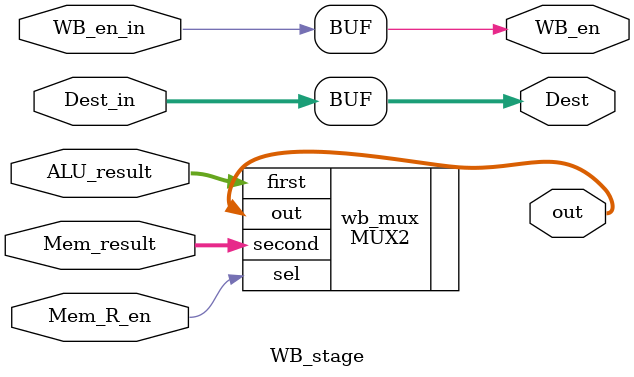
<source format=v>
module WB_stage #(parameter BIT_NUMBER = 32) (
  input [BIT_NUMBER-1:0] ALU_result, Mem_result,
  input Mem_R_en, WB_en_in,
  input [3:0] Dest_in,
  output [BIT_NUMBER-1:0] out,
  output WB_en,
  output [3:0] Dest
  );
	MUX2 #(.BIT_NUMBER(BIT_NUMBER)) wb_mux (.first(ALU_result), .second(Mem_result), .sel(Mem_R_en), .out(out));
	assign WB_en = WB_en_in;
	assign Dest = Dest_in;
endmodule

</source>
